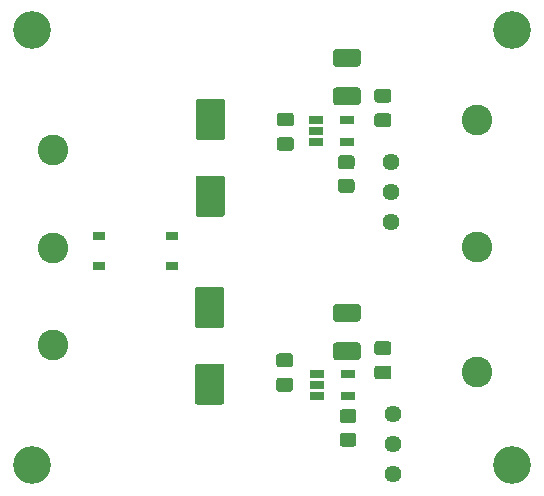
<source format=gbr>
G04 #@! TF.GenerationSoftware,KiCad,Pcbnew,(5.1.7-0-10_14)*
G04 #@! TF.CreationDate,2020-11-05T19:51:55+01:00*
G04 #@! TF.ProjectId,lv-lownoise-psu,6c762d6c-6f77-46e6-9f69-73652d707375,rev?*
G04 #@! TF.SameCoordinates,Original*
G04 #@! TF.FileFunction,Soldermask,Top*
G04 #@! TF.FilePolarity,Negative*
%FSLAX46Y46*%
G04 Gerber Fmt 4.6, Leading zero omitted, Abs format (unit mm)*
G04 Created by KiCad (PCBNEW (5.1.7-0-10_14)) date 2020-11-05 19:51:55*
%MOMM*%
%LPD*%
G01*
G04 APERTURE LIST*
%ADD10R,1.220000X0.650000*%
%ADD11C,1.440000*%
%ADD12C,2.600000*%
%ADD13C,3.200000*%
%ADD14R,1.000000X0.800000*%
G04 APERTURE END LIST*
D10*
X111840000Y-74803000D03*
X111840000Y-76703000D03*
X109220000Y-76703000D03*
X109220000Y-75753000D03*
X109220000Y-74803000D03*
X111741001Y-53302001D03*
X111741001Y-55202001D03*
X109121001Y-55202001D03*
X109121001Y-54252001D03*
X109121001Y-53302001D03*
D11*
X115671600Y-83261200D03*
X115671600Y-80721200D03*
X115671600Y-78181200D03*
X115468400Y-61925200D03*
X115468400Y-59385200D03*
X115468400Y-56845200D03*
G36*
G01*
X112311601Y-78984400D02*
X111411599Y-78984400D01*
G75*
G02*
X111161600Y-78734401I0J249999D01*
G01*
X111161600Y-78034399D01*
G75*
G02*
X111411599Y-77784400I249999J0D01*
G01*
X112311601Y-77784400D01*
G75*
G02*
X112561600Y-78034399I0J-249999D01*
G01*
X112561600Y-78734401D01*
G75*
G02*
X112311601Y-78984400I-249999J0D01*
G01*
G37*
G36*
G01*
X112311601Y-80984400D02*
X111411599Y-80984400D01*
G75*
G02*
X111161600Y-80734401I0J249999D01*
G01*
X111161600Y-80034399D01*
G75*
G02*
X111411599Y-79784400I249999J0D01*
G01*
X112311601Y-79784400D01*
G75*
G02*
X112561600Y-80034399I0J-249999D01*
G01*
X112561600Y-80734401D01*
G75*
G02*
X112311601Y-80984400I-249999J0D01*
G01*
G37*
G36*
G01*
X111259199Y-58296000D02*
X112159201Y-58296000D01*
G75*
G02*
X112409200Y-58545999I0J-249999D01*
G01*
X112409200Y-59246001D01*
G75*
G02*
X112159201Y-59496000I-249999J0D01*
G01*
X111259199Y-59496000D01*
G75*
G02*
X111009200Y-59246001I0J249999D01*
G01*
X111009200Y-58545999D01*
G75*
G02*
X111259199Y-58296000I249999J0D01*
G01*
G37*
G36*
G01*
X111259199Y-56296000D02*
X112159201Y-56296000D01*
G75*
G02*
X112409200Y-56545999I0J-249999D01*
G01*
X112409200Y-57246001D01*
G75*
G02*
X112159201Y-57496000I-249999J0D01*
G01*
X111259199Y-57496000D01*
G75*
G02*
X111009200Y-57246001I0J249999D01*
G01*
X111009200Y-56545999D01*
G75*
G02*
X111259199Y-56296000I249999J0D01*
G01*
G37*
D12*
X122809000Y-74676000D03*
X122809000Y-64058800D03*
X122809000Y-53340000D03*
X86868000Y-55880000D03*
X86868000Y-64135000D03*
X86868000Y-72390000D03*
D13*
X125730000Y-45720000D03*
X125730000Y-82550000D03*
X85090000Y-82550000D03*
X85090000Y-45720000D03*
D14*
X96964500Y-63119000D03*
X96964500Y-65659000D03*
X90814500Y-65659000D03*
X90814500Y-63119000D03*
G36*
G01*
X114333000Y-74110000D02*
X115283000Y-74110000D01*
G75*
G02*
X115533000Y-74360000I0J-250000D01*
G01*
X115533000Y-75035000D01*
G75*
G02*
X115283000Y-75285000I-250000J0D01*
G01*
X114333000Y-75285000D01*
G75*
G02*
X114083000Y-75035000I0J250000D01*
G01*
X114083000Y-74360000D01*
G75*
G02*
X114333000Y-74110000I250000J0D01*
G01*
G37*
G36*
G01*
X114333000Y-72035000D02*
X115283000Y-72035000D01*
G75*
G02*
X115533000Y-72285000I0J-250000D01*
G01*
X115533000Y-72960000D01*
G75*
G02*
X115283000Y-73210000I-250000J0D01*
G01*
X114333000Y-73210000D01*
G75*
G02*
X114083000Y-72960000I0J250000D01*
G01*
X114083000Y-72285000D01*
G75*
G02*
X114333000Y-72035000I250000J0D01*
G01*
G37*
G36*
G01*
X115283000Y-51852500D02*
X114333000Y-51852500D01*
G75*
G02*
X114083000Y-51602500I0J250000D01*
G01*
X114083000Y-50927500D01*
G75*
G02*
X114333000Y-50677500I250000J0D01*
G01*
X115283000Y-50677500D01*
G75*
G02*
X115533000Y-50927500I0J-250000D01*
G01*
X115533000Y-51602500D01*
G75*
G02*
X115283000Y-51852500I-250000J0D01*
G01*
G37*
G36*
G01*
X115283000Y-53927500D02*
X114333000Y-53927500D01*
G75*
G02*
X114083000Y-53677500I0J250000D01*
G01*
X114083000Y-53002500D01*
G75*
G02*
X114333000Y-52752500I250000J0D01*
G01*
X115283000Y-52752500D01*
G75*
G02*
X115533000Y-53002500I0J-250000D01*
G01*
X115533000Y-53677500D01*
G75*
G02*
X115283000Y-53927500I-250000J0D01*
G01*
G37*
G36*
G01*
X110835000Y-72148000D02*
X112685000Y-72148000D01*
G75*
G02*
X112935000Y-72398000I0J-250000D01*
G01*
X112935000Y-73398000D01*
G75*
G02*
X112685000Y-73648000I-250000J0D01*
G01*
X110835000Y-73648000D01*
G75*
G02*
X110585000Y-73398000I0J250000D01*
G01*
X110585000Y-72398000D01*
G75*
G02*
X110835000Y-72148000I250000J0D01*
G01*
G37*
G36*
G01*
X110835000Y-68898000D02*
X112685000Y-68898000D01*
G75*
G02*
X112935000Y-69148000I0J-250000D01*
G01*
X112935000Y-70148000D01*
G75*
G02*
X112685000Y-70398000I-250000J0D01*
G01*
X110835000Y-70398000D01*
G75*
G02*
X110585000Y-70148000I0J250000D01*
G01*
X110585000Y-69148000D01*
G75*
G02*
X110835000Y-68898000I250000J0D01*
G01*
G37*
G36*
G01*
X112685000Y-48808000D02*
X110835000Y-48808000D01*
G75*
G02*
X110585000Y-48558000I0J250000D01*
G01*
X110585000Y-47558000D01*
G75*
G02*
X110835000Y-47308000I250000J0D01*
G01*
X112685000Y-47308000D01*
G75*
G02*
X112935000Y-47558000I0J-250000D01*
G01*
X112935000Y-48558000D01*
G75*
G02*
X112685000Y-48808000I-250000J0D01*
G01*
G37*
G36*
G01*
X112685000Y-52058000D02*
X110835000Y-52058000D01*
G75*
G02*
X110585000Y-51808000I0J250000D01*
G01*
X110585000Y-50808000D01*
G75*
G02*
X110835000Y-50558000I250000J0D01*
G01*
X112685000Y-50558000D01*
G75*
G02*
X112935000Y-50808000I0J-250000D01*
G01*
X112935000Y-51808000D01*
G75*
G02*
X112685000Y-52058000I-250000J0D01*
G01*
G37*
G36*
G01*
X106014500Y-75147500D02*
X106964500Y-75147500D01*
G75*
G02*
X107214500Y-75397500I0J-250000D01*
G01*
X107214500Y-76072500D01*
G75*
G02*
X106964500Y-76322500I-250000J0D01*
G01*
X106014500Y-76322500D01*
G75*
G02*
X105764500Y-76072500I0J250000D01*
G01*
X105764500Y-75397500D01*
G75*
G02*
X106014500Y-75147500I250000J0D01*
G01*
G37*
G36*
G01*
X106014500Y-73072500D02*
X106964500Y-73072500D01*
G75*
G02*
X107214500Y-73322500I0J-250000D01*
G01*
X107214500Y-73997500D01*
G75*
G02*
X106964500Y-74247500I-250000J0D01*
G01*
X106014500Y-74247500D01*
G75*
G02*
X105764500Y-73997500I0J250000D01*
G01*
X105764500Y-73322500D01*
G75*
G02*
X106014500Y-73072500I250000J0D01*
G01*
G37*
G36*
G01*
X106078000Y-54764000D02*
X107028000Y-54764000D01*
G75*
G02*
X107278000Y-55014000I0J-250000D01*
G01*
X107278000Y-55689000D01*
G75*
G02*
X107028000Y-55939000I-250000J0D01*
G01*
X106078000Y-55939000D01*
G75*
G02*
X105828000Y-55689000I0J250000D01*
G01*
X105828000Y-55014000D01*
G75*
G02*
X106078000Y-54764000I250000J0D01*
G01*
G37*
G36*
G01*
X106078000Y-52689000D02*
X107028000Y-52689000D01*
G75*
G02*
X107278000Y-52939000I0J-250000D01*
G01*
X107278000Y-53614000D01*
G75*
G02*
X107028000Y-53864000I-250000J0D01*
G01*
X106078000Y-53864000D01*
G75*
G02*
X105828000Y-53614000I0J250000D01*
G01*
X105828000Y-52939000D01*
G75*
G02*
X106078000Y-52689000I250000J0D01*
G01*
G37*
G36*
G01*
X99139500Y-73942000D02*
X101139500Y-73942000D01*
G75*
G02*
X101389500Y-74192000I0J-250000D01*
G01*
X101389500Y-77192000D01*
G75*
G02*
X101139500Y-77442000I-250000J0D01*
G01*
X99139500Y-77442000D01*
G75*
G02*
X98889500Y-77192000I0J250000D01*
G01*
X98889500Y-74192000D01*
G75*
G02*
X99139500Y-73942000I250000J0D01*
G01*
G37*
G36*
G01*
X99139500Y-67442000D02*
X101139500Y-67442000D01*
G75*
G02*
X101389500Y-67692000I0J-250000D01*
G01*
X101389500Y-70692000D01*
G75*
G02*
X101139500Y-70942000I-250000J0D01*
G01*
X99139500Y-70942000D01*
G75*
G02*
X98889500Y-70692000I0J250000D01*
G01*
X98889500Y-67692000D01*
G75*
G02*
X99139500Y-67442000I250000J0D01*
G01*
G37*
G36*
G01*
X99203000Y-58026500D02*
X101203000Y-58026500D01*
G75*
G02*
X101453000Y-58276500I0J-250000D01*
G01*
X101453000Y-61276500D01*
G75*
G02*
X101203000Y-61526500I-250000J0D01*
G01*
X99203000Y-61526500D01*
G75*
G02*
X98953000Y-61276500I0J250000D01*
G01*
X98953000Y-58276500D01*
G75*
G02*
X99203000Y-58026500I250000J0D01*
G01*
G37*
G36*
G01*
X99203000Y-51526500D02*
X101203000Y-51526500D01*
G75*
G02*
X101453000Y-51776500I0J-250000D01*
G01*
X101453000Y-54776500D01*
G75*
G02*
X101203000Y-55026500I-250000J0D01*
G01*
X99203000Y-55026500D01*
G75*
G02*
X98953000Y-54776500I0J250000D01*
G01*
X98953000Y-51776500D01*
G75*
G02*
X99203000Y-51526500I250000J0D01*
G01*
G37*
M02*

</source>
